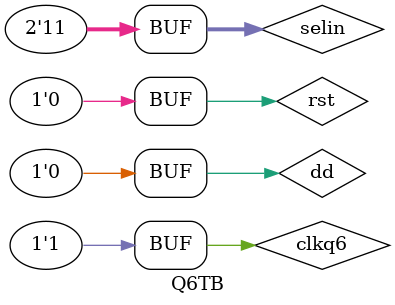
<source format=sv>
`timescale 1ns/1ns 
module Q6TB();
	reg dd,clkq6,rst;
	reg [7:0] ww;
	reg[1:0] selin;
	msrr8latch UUT(.sel(selin),.Sin(dd),.clk(clkq6),.rst(rst),.Po(ww));
	initial begin
	clkq6=1;
	repeat (100) #101 clkq6=~clkq6;
	end
	initial begin
	$monitor("monitor clk:%b rst:%b d:%b Po: %b",clkq6,rst,dd,ww);
	rst=1;
	#1000 rst=0;
	selin=3;
	#203 dd=1;
	#203 dd=0;
	#203 dd=1;
	#203 dd=1;
	#203 dd=0;
	#203 dd=1;
	#203 dd=0;
	#203 dd=0;
	end
endmodule

</source>
